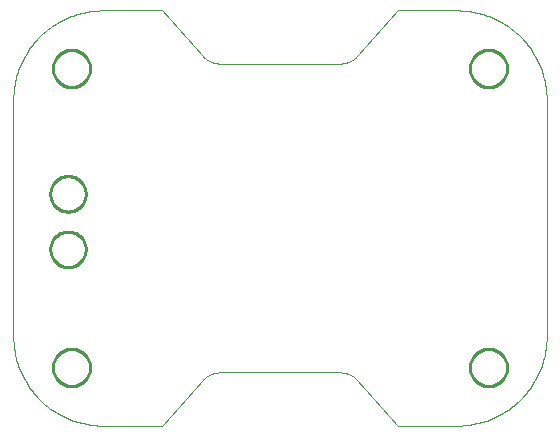
<source format=gko>
G04 EAGLE Gerber X2 export*
G75*
%MOMM*%
%FSLAX34Y34*%
%LPD*%
%AMOC8*
5,1,8,0,0,1.08239X$1,22.5*%
G01*
%ADD10C,0.001000*%
%ADD11C,0.254000*%


D10*
X386767Y49484D02*
X386772Y49871D01*
X386786Y50257D01*
X386810Y50643D01*
X386843Y51028D01*
X386885Y51412D01*
X386937Y51795D01*
X386999Y52177D01*
X387070Y52557D01*
X387150Y52935D01*
X387239Y53311D01*
X387338Y53685D01*
X387445Y54056D01*
X387562Y54424D01*
X387688Y54790D01*
X387822Y55152D01*
X387966Y55511D01*
X388118Y55867D01*
X388279Y56218D01*
X388449Y56565D01*
X388627Y56908D01*
X388813Y57247D01*
X389008Y57581D01*
X389211Y57910D01*
X389421Y58234D01*
X389640Y58553D01*
X389866Y58866D01*
X390101Y59174D01*
X390342Y59476D01*
X390591Y59771D01*
X390847Y60061D01*
X391110Y60344D01*
X391380Y60621D01*
X391657Y60891D01*
X391940Y61154D01*
X392230Y61410D01*
X392525Y61659D01*
X392827Y61900D01*
X393135Y62135D01*
X393448Y62361D01*
X393767Y62580D01*
X394091Y62790D01*
X394420Y62993D01*
X394754Y63188D01*
X395093Y63374D01*
X395436Y63552D01*
X395783Y63722D01*
X396134Y63883D01*
X396490Y64035D01*
X396849Y64179D01*
X397211Y64313D01*
X397577Y64439D01*
X397945Y64556D01*
X398316Y64663D01*
X398690Y64762D01*
X399066Y64851D01*
X399444Y64931D01*
X399824Y65002D01*
X400206Y65064D01*
X400589Y65116D01*
X400973Y65158D01*
X401358Y65191D01*
X401744Y65215D01*
X402130Y65229D01*
X402517Y65234D01*
X402904Y65229D01*
X403290Y65215D01*
X403676Y65191D01*
X404061Y65158D01*
X404445Y65116D01*
X404828Y65064D01*
X405210Y65002D01*
X405590Y64931D01*
X405968Y64851D01*
X406344Y64762D01*
X406718Y64663D01*
X407089Y64556D01*
X407457Y64439D01*
X407823Y64313D01*
X408185Y64179D01*
X408544Y64035D01*
X408900Y63883D01*
X409251Y63722D01*
X409598Y63552D01*
X409941Y63374D01*
X410280Y63188D01*
X410614Y62993D01*
X410943Y62790D01*
X411267Y62580D01*
X411586Y62361D01*
X411899Y62135D01*
X412207Y61900D01*
X412509Y61659D01*
X412804Y61410D01*
X413094Y61154D01*
X413377Y60891D01*
X413654Y60621D01*
X413924Y60344D01*
X414187Y60061D01*
X414443Y59771D01*
X414692Y59476D01*
X414933Y59174D01*
X415168Y58866D01*
X415394Y58553D01*
X415613Y58234D01*
X415823Y57910D01*
X416026Y57581D01*
X416221Y57247D01*
X416407Y56908D01*
X416585Y56565D01*
X416755Y56218D01*
X416916Y55867D01*
X417068Y55511D01*
X417212Y55152D01*
X417346Y54790D01*
X417472Y54424D01*
X417589Y54056D01*
X417696Y53685D01*
X417795Y53311D01*
X417884Y52935D01*
X417964Y52557D01*
X418035Y52177D01*
X418097Y51795D01*
X418149Y51412D01*
X418191Y51028D01*
X418224Y50643D01*
X418248Y50257D01*
X418262Y49871D01*
X418267Y49484D01*
X418262Y49097D01*
X418248Y48711D01*
X418224Y48325D01*
X418191Y47940D01*
X418149Y47556D01*
X418097Y47173D01*
X418035Y46791D01*
X417964Y46411D01*
X417884Y46033D01*
X417795Y45657D01*
X417696Y45283D01*
X417589Y44912D01*
X417472Y44544D01*
X417346Y44178D01*
X417212Y43816D01*
X417068Y43457D01*
X416916Y43101D01*
X416755Y42750D01*
X416585Y42403D01*
X416407Y42060D01*
X416221Y41721D01*
X416026Y41387D01*
X415823Y41058D01*
X415613Y40734D01*
X415394Y40415D01*
X415168Y40102D01*
X414933Y39794D01*
X414692Y39492D01*
X414443Y39197D01*
X414187Y38907D01*
X413924Y38624D01*
X413654Y38347D01*
X413377Y38077D01*
X413094Y37814D01*
X412804Y37558D01*
X412509Y37309D01*
X412207Y37068D01*
X411899Y36833D01*
X411586Y36607D01*
X411267Y36388D01*
X410943Y36178D01*
X410614Y35975D01*
X410280Y35780D01*
X409941Y35594D01*
X409598Y35416D01*
X409251Y35246D01*
X408900Y35085D01*
X408544Y34933D01*
X408185Y34789D01*
X407823Y34655D01*
X407457Y34529D01*
X407089Y34412D01*
X406718Y34305D01*
X406344Y34206D01*
X405968Y34117D01*
X405590Y34037D01*
X405210Y33966D01*
X404828Y33904D01*
X404445Y33852D01*
X404061Y33810D01*
X403676Y33777D01*
X403290Y33753D01*
X402904Y33739D01*
X402517Y33734D01*
X402130Y33739D01*
X401744Y33753D01*
X401358Y33777D01*
X400973Y33810D01*
X400589Y33852D01*
X400206Y33904D01*
X399824Y33966D01*
X399444Y34037D01*
X399066Y34117D01*
X398690Y34206D01*
X398316Y34305D01*
X397945Y34412D01*
X397577Y34529D01*
X397211Y34655D01*
X396849Y34789D01*
X396490Y34933D01*
X396134Y35085D01*
X395783Y35246D01*
X395436Y35416D01*
X395093Y35594D01*
X394754Y35780D01*
X394420Y35975D01*
X394091Y36178D01*
X393767Y36388D01*
X393448Y36607D01*
X393135Y36833D01*
X392827Y37068D01*
X392525Y37309D01*
X392230Y37558D01*
X391940Y37814D01*
X391657Y38077D01*
X391380Y38347D01*
X391110Y38624D01*
X390847Y38907D01*
X390591Y39197D01*
X390342Y39492D01*
X390101Y39794D01*
X389866Y40102D01*
X389640Y40415D01*
X389421Y40734D01*
X389211Y41058D01*
X389008Y41387D01*
X388813Y41721D01*
X388627Y42060D01*
X388449Y42403D01*
X388279Y42750D01*
X388118Y43101D01*
X387966Y43457D01*
X387822Y43816D01*
X387688Y44178D01*
X387562Y44544D01*
X387445Y44912D01*
X387338Y45283D01*
X387239Y45657D01*
X387150Y46033D01*
X387070Y46411D01*
X386999Y46791D01*
X386937Y47173D01*
X386885Y47556D01*
X386843Y47940D01*
X386810Y48325D01*
X386786Y48711D01*
X386772Y49097D01*
X386767Y49484D01*
X386767Y302517D02*
X386772Y302904D01*
X386786Y303290D01*
X386810Y303676D01*
X386843Y304061D01*
X386885Y304445D01*
X386937Y304828D01*
X386999Y305210D01*
X387070Y305590D01*
X387150Y305968D01*
X387239Y306344D01*
X387338Y306718D01*
X387445Y307089D01*
X387562Y307457D01*
X387688Y307823D01*
X387822Y308185D01*
X387966Y308544D01*
X388118Y308900D01*
X388279Y309251D01*
X388449Y309598D01*
X388627Y309941D01*
X388813Y310280D01*
X389008Y310614D01*
X389211Y310943D01*
X389421Y311267D01*
X389640Y311586D01*
X389866Y311899D01*
X390101Y312207D01*
X390342Y312509D01*
X390591Y312804D01*
X390847Y313094D01*
X391110Y313377D01*
X391380Y313654D01*
X391657Y313924D01*
X391940Y314187D01*
X392230Y314443D01*
X392525Y314692D01*
X392827Y314933D01*
X393135Y315168D01*
X393448Y315394D01*
X393767Y315613D01*
X394091Y315823D01*
X394420Y316026D01*
X394754Y316221D01*
X395093Y316407D01*
X395436Y316585D01*
X395783Y316755D01*
X396134Y316916D01*
X396490Y317068D01*
X396849Y317212D01*
X397211Y317346D01*
X397577Y317472D01*
X397945Y317589D01*
X398316Y317696D01*
X398690Y317795D01*
X399066Y317884D01*
X399444Y317964D01*
X399824Y318035D01*
X400206Y318097D01*
X400589Y318149D01*
X400973Y318191D01*
X401358Y318224D01*
X401744Y318248D01*
X402130Y318262D01*
X402517Y318267D01*
X402904Y318262D01*
X403290Y318248D01*
X403676Y318224D01*
X404061Y318191D01*
X404445Y318149D01*
X404828Y318097D01*
X405210Y318035D01*
X405590Y317964D01*
X405968Y317884D01*
X406344Y317795D01*
X406718Y317696D01*
X407089Y317589D01*
X407457Y317472D01*
X407823Y317346D01*
X408185Y317212D01*
X408544Y317068D01*
X408900Y316916D01*
X409251Y316755D01*
X409598Y316585D01*
X409941Y316407D01*
X410280Y316221D01*
X410614Y316026D01*
X410943Y315823D01*
X411267Y315613D01*
X411586Y315394D01*
X411899Y315168D01*
X412207Y314933D01*
X412509Y314692D01*
X412804Y314443D01*
X413094Y314187D01*
X413377Y313924D01*
X413654Y313654D01*
X413924Y313377D01*
X414187Y313094D01*
X414443Y312804D01*
X414692Y312509D01*
X414933Y312207D01*
X415168Y311899D01*
X415394Y311586D01*
X415613Y311267D01*
X415823Y310943D01*
X416026Y310614D01*
X416221Y310280D01*
X416407Y309941D01*
X416585Y309598D01*
X416755Y309251D01*
X416916Y308900D01*
X417068Y308544D01*
X417212Y308185D01*
X417346Y307823D01*
X417472Y307457D01*
X417589Y307089D01*
X417696Y306718D01*
X417795Y306344D01*
X417884Y305968D01*
X417964Y305590D01*
X418035Y305210D01*
X418097Y304828D01*
X418149Y304445D01*
X418191Y304061D01*
X418224Y303676D01*
X418248Y303290D01*
X418262Y302904D01*
X418267Y302517D01*
X418262Y302130D01*
X418248Y301744D01*
X418224Y301358D01*
X418191Y300973D01*
X418149Y300589D01*
X418097Y300206D01*
X418035Y299824D01*
X417964Y299444D01*
X417884Y299066D01*
X417795Y298690D01*
X417696Y298316D01*
X417589Y297945D01*
X417472Y297577D01*
X417346Y297211D01*
X417212Y296849D01*
X417068Y296490D01*
X416916Y296134D01*
X416755Y295783D01*
X416585Y295436D01*
X416407Y295093D01*
X416221Y294754D01*
X416026Y294420D01*
X415823Y294091D01*
X415613Y293767D01*
X415394Y293448D01*
X415168Y293135D01*
X414933Y292827D01*
X414692Y292525D01*
X414443Y292230D01*
X414187Y291940D01*
X413924Y291657D01*
X413654Y291380D01*
X413377Y291110D01*
X413094Y290847D01*
X412804Y290591D01*
X412509Y290342D01*
X412207Y290101D01*
X411899Y289866D01*
X411586Y289640D01*
X411267Y289421D01*
X410943Y289211D01*
X410614Y289008D01*
X410280Y288813D01*
X409941Y288627D01*
X409598Y288449D01*
X409251Y288279D01*
X408900Y288118D01*
X408544Y287966D01*
X408185Y287822D01*
X407823Y287688D01*
X407457Y287562D01*
X407089Y287445D01*
X406718Y287338D01*
X406344Y287239D01*
X405968Y287150D01*
X405590Y287070D01*
X405210Y286999D01*
X404828Y286937D01*
X404445Y286885D01*
X404061Y286843D01*
X403676Y286810D01*
X403290Y286786D01*
X402904Y286772D01*
X402517Y286767D01*
X402130Y286772D01*
X401744Y286786D01*
X401358Y286810D01*
X400973Y286843D01*
X400589Y286885D01*
X400206Y286937D01*
X399824Y286999D01*
X399444Y287070D01*
X399066Y287150D01*
X398690Y287239D01*
X398316Y287338D01*
X397945Y287445D01*
X397577Y287562D01*
X397211Y287688D01*
X396849Y287822D01*
X396490Y287966D01*
X396134Y288118D01*
X395783Y288279D01*
X395436Y288449D01*
X395093Y288627D01*
X394754Y288813D01*
X394420Y289008D01*
X394091Y289211D01*
X393767Y289421D01*
X393448Y289640D01*
X393135Y289866D01*
X392827Y290101D01*
X392525Y290342D01*
X392230Y290591D01*
X391940Y290847D01*
X391657Y291110D01*
X391380Y291380D01*
X391110Y291657D01*
X390847Y291940D01*
X390591Y292230D01*
X390342Y292525D01*
X390101Y292827D01*
X389866Y293135D01*
X389640Y293448D01*
X389421Y293767D01*
X389211Y294091D01*
X389008Y294420D01*
X388813Y294754D01*
X388627Y295093D01*
X388449Y295436D01*
X388279Y295783D01*
X388118Y296134D01*
X387966Y296490D01*
X387822Y296849D01*
X387688Y297211D01*
X387562Y297577D01*
X387445Y297945D01*
X387338Y298316D01*
X387239Y298690D01*
X387150Y299066D01*
X387070Y299444D01*
X386999Y299824D01*
X386937Y300206D01*
X386885Y300589D01*
X386843Y300973D01*
X386810Y301358D01*
X386786Y301744D01*
X386772Y302130D01*
X386767Y302517D01*
X33734Y302517D02*
X33739Y302904D01*
X33753Y303290D01*
X33777Y303676D01*
X33810Y304061D01*
X33852Y304445D01*
X33904Y304828D01*
X33966Y305210D01*
X34037Y305590D01*
X34117Y305968D01*
X34206Y306344D01*
X34305Y306718D01*
X34412Y307089D01*
X34529Y307457D01*
X34655Y307823D01*
X34789Y308185D01*
X34933Y308544D01*
X35085Y308900D01*
X35246Y309251D01*
X35416Y309598D01*
X35594Y309941D01*
X35780Y310280D01*
X35975Y310614D01*
X36178Y310943D01*
X36388Y311267D01*
X36607Y311586D01*
X36833Y311899D01*
X37068Y312207D01*
X37309Y312509D01*
X37558Y312804D01*
X37814Y313094D01*
X38077Y313377D01*
X38347Y313654D01*
X38624Y313924D01*
X38907Y314187D01*
X39197Y314443D01*
X39492Y314692D01*
X39794Y314933D01*
X40102Y315168D01*
X40415Y315394D01*
X40734Y315613D01*
X41058Y315823D01*
X41387Y316026D01*
X41721Y316221D01*
X42060Y316407D01*
X42403Y316585D01*
X42750Y316755D01*
X43101Y316916D01*
X43457Y317068D01*
X43816Y317212D01*
X44178Y317346D01*
X44544Y317472D01*
X44912Y317589D01*
X45283Y317696D01*
X45657Y317795D01*
X46033Y317884D01*
X46411Y317964D01*
X46791Y318035D01*
X47173Y318097D01*
X47556Y318149D01*
X47940Y318191D01*
X48325Y318224D01*
X48711Y318248D01*
X49097Y318262D01*
X49484Y318267D01*
X49871Y318262D01*
X50257Y318248D01*
X50643Y318224D01*
X51028Y318191D01*
X51412Y318149D01*
X51795Y318097D01*
X52177Y318035D01*
X52557Y317964D01*
X52935Y317884D01*
X53311Y317795D01*
X53685Y317696D01*
X54056Y317589D01*
X54424Y317472D01*
X54790Y317346D01*
X55152Y317212D01*
X55511Y317068D01*
X55867Y316916D01*
X56218Y316755D01*
X56565Y316585D01*
X56908Y316407D01*
X57247Y316221D01*
X57581Y316026D01*
X57910Y315823D01*
X58234Y315613D01*
X58553Y315394D01*
X58866Y315168D01*
X59174Y314933D01*
X59476Y314692D01*
X59771Y314443D01*
X60061Y314187D01*
X60344Y313924D01*
X60621Y313654D01*
X60891Y313377D01*
X61154Y313094D01*
X61410Y312804D01*
X61659Y312509D01*
X61900Y312207D01*
X62135Y311899D01*
X62361Y311586D01*
X62580Y311267D01*
X62790Y310943D01*
X62993Y310614D01*
X63188Y310280D01*
X63374Y309941D01*
X63552Y309598D01*
X63722Y309251D01*
X63883Y308900D01*
X64035Y308544D01*
X64179Y308185D01*
X64313Y307823D01*
X64439Y307457D01*
X64556Y307089D01*
X64663Y306718D01*
X64762Y306344D01*
X64851Y305968D01*
X64931Y305590D01*
X65002Y305210D01*
X65064Y304828D01*
X65116Y304445D01*
X65158Y304061D01*
X65191Y303676D01*
X65215Y303290D01*
X65229Y302904D01*
X65234Y302517D01*
X65229Y302130D01*
X65215Y301744D01*
X65191Y301358D01*
X65158Y300973D01*
X65116Y300589D01*
X65064Y300206D01*
X65002Y299824D01*
X64931Y299444D01*
X64851Y299066D01*
X64762Y298690D01*
X64663Y298316D01*
X64556Y297945D01*
X64439Y297577D01*
X64313Y297211D01*
X64179Y296849D01*
X64035Y296490D01*
X63883Y296134D01*
X63722Y295783D01*
X63552Y295436D01*
X63374Y295093D01*
X63188Y294754D01*
X62993Y294420D01*
X62790Y294091D01*
X62580Y293767D01*
X62361Y293448D01*
X62135Y293135D01*
X61900Y292827D01*
X61659Y292525D01*
X61410Y292230D01*
X61154Y291940D01*
X60891Y291657D01*
X60621Y291380D01*
X60344Y291110D01*
X60061Y290847D01*
X59771Y290591D01*
X59476Y290342D01*
X59174Y290101D01*
X58866Y289866D01*
X58553Y289640D01*
X58234Y289421D01*
X57910Y289211D01*
X57581Y289008D01*
X57247Y288813D01*
X56908Y288627D01*
X56565Y288449D01*
X56218Y288279D01*
X55867Y288118D01*
X55511Y287966D01*
X55152Y287822D01*
X54790Y287688D01*
X54424Y287562D01*
X54056Y287445D01*
X53685Y287338D01*
X53311Y287239D01*
X52935Y287150D01*
X52557Y287070D01*
X52177Y286999D01*
X51795Y286937D01*
X51412Y286885D01*
X51028Y286843D01*
X50643Y286810D01*
X50257Y286786D01*
X49871Y286772D01*
X49484Y286767D01*
X49097Y286772D01*
X48711Y286786D01*
X48325Y286810D01*
X47940Y286843D01*
X47556Y286885D01*
X47173Y286937D01*
X46791Y286999D01*
X46411Y287070D01*
X46033Y287150D01*
X45657Y287239D01*
X45283Y287338D01*
X44912Y287445D01*
X44544Y287562D01*
X44178Y287688D01*
X43816Y287822D01*
X43457Y287966D01*
X43101Y288118D01*
X42750Y288279D01*
X42403Y288449D01*
X42060Y288627D01*
X41721Y288813D01*
X41387Y289008D01*
X41058Y289211D01*
X40734Y289421D01*
X40415Y289640D01*
X40102Y289866D01*
X39794Y290101D01*
X39492Y290342D01*
X39197Y290591D01*
X38907Y290847D01*
X38624Y291110D01*
X38347Y291380D01*
X38077Y291657D01*
X37814Y291940D01*
X37558Y292230D01*
X37309Y292525D01*
X37068Y292827D01*
X36833Y293135D01*
X36607Y293448D01*
X36388Y293767D01*
X36178Y294091D01*
X35975Y294420D01*
X35780Y294754D01*
X35594Y295093D01*
X35416Y295436D01*
X35246Y295783D01*
X35085Y296134D01*
X34933Y296490D01*
X34789Y296849D01*
X34655Y297211D01*
X34529Y297577D01*
X34412Y297945D01*
X34305Y298316D01*
X34206Y298690D01*
X34117Y299066D01*
X34037Y299444D01*
X33966Y299824D01*
X33904Y300206D01*
X33852Y300589D01*
X33810Y300973D01*
X33777Y301358D01*
X33753Y301744D01*
X33739Y302130D01*
X33734Y302517D01*
X33734Y49484D02*
X33739Y49871D01*
X33753Y50257D01*
X33777Y50643D01*
X33810Y51028D01*
X33852Y51412D01*
X33904Y51795D01*
X33966Y52177D01*
X34037Y52557D01*
X34117Y52935D01*
X34206Y53311D01*
X34305Y53685D01*
X34412Y54056D01*
X34529Y54424D01*
X34655Y54790D01*
X34789Y55152D01*
X34933Y55511D01*
X35085Y55867D01*
X35246Y56218D01*
X35416Y56565D01*
X35594Y56908D01*
X35780Y57247D01*
X35975Y57581D01*
X36178Y57910D01*
X36388Y58234D01*
X36607Y58553D01*
X36833Y58866D01*
X37068Y59174D01*
X37309Y59476D01*
X37558Y59771D01*
X37814Y60061D01*
X38077Y60344D01*
X38347Y60621D01*
X38624Y60891D01*
X38907Y61154D01*
X39197Y61410D01*
X39492Y61659D01*
X39794Y61900D01*
X40102Y62135D01*
X40415Y62361D01*
X40734Y62580D01*
X41058Y62790D01*
X41387Y62993D01*
X41721Y63188D01*
X42060Y63374D01*
X42403Y63552D01*
X42750Y63722D01*
X43101Y63883D01*
X43457Y64035D01*
X43816Y64179D01*
X44178Y64313D01*
X44544Y64439D01*
X44912Y64556D01*
X45283Y64663D01*
X45657Y64762D01*
X46033Y64851D01*
X46411Y64931D01*
X46791Y65002D01*
X47173Y65064D01*
X47556Y65116D01*
X47940Y65158D01*
X48325Y65191D01*
X48711Y65215D01*
X49097Y65229D01*
X49484Y65234D01*
X49871Y65229D01*
X50257Y65215D01*
X50643Y65191D01*
X51028Y65158D01*
X51412Y65116D01*
X51795Y65064D01*
X52177Y65002D01*
X52557Y64931D01*
X52935Y64851D01*
X53311Y64762D01*
X53685Y64663D01*
X54056Y64556D01*
X54424Y64439D01*
X54790Y64313D01*
X55152Y64179D01*
X55511Y64035D01*
X55867Y63883D01*
X56218Y63722D01*
X56565Y63552D01*
X56908Y63374D01*
X57247Y63188D01*
X57581Y62993D01*
X57910Y62790D01*
X58234Y62580D01*
X58553Y62361D01*
X58866Y62135D01*
X59174Y61900D01*
X59476Y61659D01*
X59771Y61410D01*
X60061Y61154D01*
X60344Y60891D01*
X60621Y60621D01*
X60891Y60344D01*
X61154Y60061D01*
X61410Y59771D01*
X61659Y59476D01*
X61900Y59174D01*
X62135Y58866D01*
X62361Y58553D01*
X62580Y58234D01*
X62790Y57910D01*
X62993Y57581D01*
X63188Y57247D01*
X63374Y56908D01*
X63552Y56565D01*
X63722Y56218D01*
X63883Y55867D01*
X64035Y55511D01*
X64179Y55152D01*
X64313Y54790D01*
X64439Y54424D01*
X64556Y54056D01*
X64663Y53685D01*
X64762Y53311D01*
X64851Y52935D01*
X64931Y52557D01*
X65002Y52177D01*
X65064Y51795D01*
X65116Y51412D01*
X65158Y51028D01*
X65191Y50643D01*
X65215Y50257D01*
X65229Y49871D01*
X65234Y49484D01*
X65229Y49097D01*
X65215Y48711D01*
X65191Y48325D01*
X65158Y47940D01*
X65116Y47556D01*
X65064Y47173D01*
X65002Y46791D01*
X64931Y46411D01*
X64851Y46033D01*
X64762Y45657D01*
X64663Y45283D01*
X64556Y44912D01*
X64439Y44544D01*
X64313Y44178D01*
X64179Y43816D01*
X64035Y43457D01*
X63883Y43101D01*
X63722Y42750D01*
X63552Y42403D01*
X63374Y42060D01*
X63188Y41721D01*
X62993Y41387D01*
X62790Y41058D01*
X62580Y40734D01*
X62361Y40415D01*
X62135Y40102D01*
X61900Y39794D01*
X61659Y39492D01*
X61410Y39197D01*
X61154Y38907D01*
X60891Y38624D01*
X60621Y38347D01*
X60344Y38077D01*
X60061Y37814D01*
X59771Y37558D01*
X59476Y37309D01*
X59174Y37068D01*
X58866Y36833D01*
X58553Y36607D01*
X58234Y36388D01*
X57910Y36178D01*
X57581Y35975D01*
X57247Y35780D01*
X56908Y35594D01*
X56565Y35416D01*
X56218Y35246D01*
X55867Y35085D01*
X55511Y34933D01*
X55152Y34789D01*
X54790Y34655D01*
X54424Y34529D01*
X54056Y34412D01*
X53685Y34305D01*
X53311Y34206D01*
X52935Y34117D01*
X52557Y34037D01*
X52177Y33966D01*
X51795Y33904D01*
X51412Y33852D01*
X51028Y33810D01*
X50643Y33777D01*
X50257Y33753D01*
X49871Y33739D01*
X49484Y33734D01*
X49097Y33739D01*
X48711Y33753D01*
X48325Y33777D01*
X47940Y33810D01*
X47556Y33852D01*
X47173Y33904D01*
X46791Y33966D01*
X46411Y34037D01*
X46033Y34117D01*
X45657Y34206D01*
X45283Y34305D01*
X44912Y34412D01*
X44544Y34529D01*
X44178Y34655D01*
X43816Y34789D01*
X43457Y34933D01*
X43101Y35085D01*
X42750Y35246D01*
X42403Y35416D01*
X42060Y35594D01*
X41721Y35780D01*
X41387Y35975D01*
X41058Y36178D01*
X40734Y36388D01*
X40415Y36607D01*
X40102Y36833D01*
X39794Y37068D01*
X39492Y37309D01*
X39197Y37558D01*
X38907Y37814D01*
X38624Y38077D01*
X38347Y38347D01*
X38077Y38624D01*
X37814Y38907D01*
X37558Y39197D01*
X37309Y39492D01*
X37068Y39794D01*
X36833Y40102D01*
X36607Y40415D01*
X36388Y40734D01*
X36178Y41058D01*
X35975Y41387D01*
X35780Y41721D01*
X35594Y42060D01*
X35416Y42403D01*
X35246Y42750D01*
X35085Y43101D01*
X34933Y43457D01*
X34789Y43816D01*
X34655Y44178D01*
X34529Y44544D01*
X34412Y44912D01*
X34305Y45283D01*
X34206Y45657D01*
X34117Y46033D01*
X34037Y46411D01*
X33966Y46791D01*
X33904Y47173D01*
X33852Y47556D01*
X33810Y47940D01*
X33777Y48325D01*
X33753Y48711D01*
X33739Y49097D01*
X33734Y49484D01*
X376000Y250D02*
X377830Y272D01*
X379660Y338D01*
X381487Y449D01*
X383311Y604D01*
X385131Y802D01*
X386945Y1045D01*
X388753Y1331D01*
X390554Y1661D01*
X392346Y2035D01*
X394128Y2451D01*
X395900Y2911D01*
X397660Y3413D01*
X399408Y3957D01*
X401142Y4544D01*
X402861Y5173D01*
X404565Y5842D01*
X406252Y6553D01*
X407921Y7304D01*
X409572Y8096D01*
X411203Y8927D01*
X412813Y9797D01*
X414402Y10706D01*
X415969Y11653D01*
X417512Y12637D01*
X419031Y13659D01*
X420525Y14717D01*
X421993Y15811D01*
X423434Y16940D01*
X424847Y18103D01*
X426232Y19300D01*
X427587Y20531D01*
X428912Y21793D01*
X430207Y23088D01*
X431469Y24413D01*
X432700Y25768D01*
X433897Y27153D01*
X435060Y28566D01*
X436189Y30007D01*
X437283Y31475D01*
X438341Y32969D01*
X439363Y34488D01*
X440347Y36031D01*
X441294Y37598D01*
X442203Y39187D01*
X443073Y40797D01*
X443904Y42428D01*
X444696Y44079D01*
X445447Y45748D01*
X446158Y47435D01*
X446827Y49139D01*
X447456Y50858D01*
X448043Y52592D01*
X448587Y54340D01*
X449089Y56100D01*
X449549Y57872D01*
X449965Y59654D01*
X450339Y61446D01*
X450669Y63247D01*
X450955Y65055D01*
X451198Y66869D01*
X451396Y68689D01*
X451551Y70513D01*
X451662Y72340D01*
X451728Y74170D01*
X451750Y76000D01*
X451750Y276000D02*
X451728Y277830D01*
X451662Y279660D01*
X451551Y281487D01*
X451396Y283311D01*
X451198Y285131D01*
X450955Y286945D01*
X450669Y288753D01*
X450339Y290554D01*
X449965Y292346D01*
X449549Y294128D01*
X449089Y295900D01*
X448587Y297660D01*
X448043Y299408D01*
X447456Y301142D01*
X446827Y302861D01*
X446158Y304565D01*
X445447Y306252D01*
X444696Y307921D01*
X443904Y309572D01*
X443073Y311203D01*
X442203Y312813D01*
X441294Y314402D01*
X440347Y315969D01*
X439363Y317512D01*
X438341Y319031D01*
X437283Y320525D01*
X436189Y321993D01*
X435060Y323434D01*
X433897Y324847D01*
X432700Y326232D01*
X431469Y327587D01*
X430207Y328912D01*
X428912Y330207D01*
X427587Y331469D01*
X426232Y332700D01*
X424847Y333897D01*
X423434Y335060D01*
X421993Y336189D01*
X420525Y337283D01*
X419031Y338341D01*
X417512Y339363D01*
X415969Y340347D01*
X414402Y341294D01*
X412813Y342203D01*
X411203Y343073D01*
X409572Y343904D01*
X407921Y344696D01*
X406252Y345447D01*
X404565Y346158D01*
X402861Y346827D01*
X401142Y347456D01*
X399408Y348043D01*
X397660Y348587D01*
X395900Y349089D01*
X394128Y349549D01*
X392346Y349965D01*
X390554Y350339D01*
X388753Y350669D01*
X386945Y350955D01*
X385131Y351198D01*
X383311Y351396D01*
X381487Y351551D01*
X379660Y351662D01*
X377830Y351728D01*
X376000Y351750D01*
X291407Y313211D02*
X291094Y312868D01*
X290773Y312532D01*
X290444Y312204D01*
X290108Y311885D01*
X289764Y311573D01*
X289412Y311270D01*
X289053Y310975D01*
X288687Y310689D01*
X288315Y310412D01*
X287935Y310145D01*
X287550Y309886D01*
X287158Y309637D01*
X286761Y309397D01*
X286357Y309167D01*
X285949Y308946D01*
X285535Y308736D01*
X285116Y308536D01*
X284693Y308346D01*
X284265Y308166D01*
X283832Y307996D01*
X283396Y307837D01*
X282956Y307689D01*
X282513Y307551D01*
X282066Y307424D01*
X281617Y307307D01*
X281165Y307202D01*
X280710Y307107D01*
X280254Y307024D01*
X279795Y306951D01*
X279335Y306890D01*
X278873Y306840D01*
X278411Y306800D01*
X277947Y306772D01*
X277483Y306756D01*
X277019Y306750D01*
X174981Y306750D02*
X174517Y306756D01*
X174053Y306772D01*
X173589Y306800D01*
X173127Y306840D01*
X172665Y306890D01*
X172205Y306951D01*
X171746Y307024D01*
X171290Y307107D01*
X170835Y307202D01*
X170383Y307307D01*
X169934Y307424D01*
X169487Y307551D01*
X169044Y307689D01*
X168604Y307837D01*
X168168Y307996D01*
X167735Y308166D01*
X167307Y308346D01*
X166884Y308536D01*
X166465Y308736D01*
X166051Y308947D01*
X165643Y309167D01*
X165239Y309397D01*
X164842Y309637D01*
X164450Y309886D01*
X164065Y310145D01*
X163685Y310413D01*
X163313Y310689D01*
X162947Y310975D01*
X162588Y311270D01*
X162236Y311573D01*
X161892Y311885D01*
X161556Y312204D01*
X161227Y312532D01*
X160906Y312868D01*
X160593Y313211D01*
X76000Y351750D02*
X74170Y351728D01*
X72340Y351662D01*
X70513Y351551D01*
X68689Y351396D01*
X66869Y351198D01*
X65055Y350955D01*
X63247Y350669D01*
X61446Y350339D01*
X59654Y349965D01*
X57872Y349549D01*
X56100Y349089D01*
X54340Y348587D01*
X52592Y348043D01*
X50858Y347456D01*
X49139Y346827D01*
X47435Y346158D01*
X45748Y345447D01*
X44079Y344696D01*
X42428Y343904D01*
X40797Y343073D01*
X39187Y342203D01*
X37598Y341294D01*
X36031Y340347D01*
X34488Y339363D01*
X32969Y338341D01*
X31475Y337283D01*
X30007Y336189D01*
X28566Y335060D01*
X27153Y333897D01*
X25768Y332700D01*
X24413Y331469D01*
X23088Y330207D01*
X21793Y328912D01*
X20531Y327587D01*
X19300Y326232D01*
X18103Y324847D01*
X16940Y323434D01*
X15811Y321993D01*
X14717Y320525D01*
X13659Y319031D01*
X12637Y317512D01*
X11653Y315969D01*
X10706Y314402D01*
X9797Y312813D01*
X8927Y311203D01*
X8096Y309572D01*
X7304Y307921D01*
X6553Y306252D01*
X5842Y304565D01*
X5173Y302861D01*
X4544Y301142D01*
X3957Y299408D01*
X3413Y297660D01*
X2911Y295900D01*
X2451Y294128D01*
X2035Y292346D01*
X1661Y290554D01*
X1331Y288753D01*
X1045Y286945D01*
X802Y285131D01*
X604Y283311D01*
X449Y281487D01*
X338Y279660D01*
X272Y277830D01*
X250Y276000D01*
X250Y76000D02*
X272Y74170D01*
X338Y72340D01*
X449Y70513D01*
X604Y68689D01*
X802Y66869D01*
X1045Y65055D01*
X1331Y63247D01*
X1661Y61446D01*
X2035Y59654D01*
X2451Y57872D01*
X2911Y56100D01*
X3413Y54340D01*
X3957Y52592D01*
X4544Y50858D01*
X5173Y49139D01*
X5842Y47435D01*
X6553Y45748D01*
X7304Y44079D01*
X8096Y42428D01*
X8927Y40797D01*
X9797Y39187D01*
X10706Y37598D01*
X11653Y36031D01*
X12637Y34488D01*
X13659Y32969D01*
X14717Y31475D01*
X15811Y30007D01*
X16940Y28566D01*
X18103Y27153D01*
X19300Y25768D01*
X20531Y24413D01*
X21793Y23088D01*
X23088Y21793D01*
X24413Y20531D01*
X25768Y19300D01*
X27153Y18103D01*
X28566Y16940D01*
X30007Y15811D01*
X31475Y14717D01*
X32969Y13659D01*
X34488Y12637D01*
X36031Y11653D01*
X37598Y10706D01*
X39187Y9797D01*
X40797Y8927D01*
X42428Y8096D01*
X44079Y7304D01*
X45748Y6553D01*
X47435Y5842D01*
X49139Y5173D01*
X50858Y4544D01*
X52592Y3957D01*
X54340Y3413D01*
X56100Y2911D01*
X57872Y2451D01*
X59654Y2035D01*
X61446Y1661D01*
X63247Y1331D01*
X65055Y1045D01*
X66869Y802D01*
X68689Y604D01*
X70513Y449D01*
X72340Y338D01*
X74170Y272D01*
X76000Y250D01*
X160593Y38789D02*
X160906Y39132D01*
X161227Y39468D01*
X161556Y39796D01*
X161892Y40115D01*
X162236Y40427D01*
X162588Y40730D01*
X162947Y41025D01*
X163313Y41311D01*
X163685Y41588D01*
X164065Y41855D01*
X164450Y42114D01*
X164842Y42363D01*
X165239Y42603D01*
X165643Y42833D01*
X166051Y43054D01*
X166465Y43264D01*
X166884Y43464D01*
X167307Y43654D01*
X167735Y43834D01*
X168168Y44004D01*
X168604Y44163D01*
X169044Y44311D01*
X169487Y44449D01*
X169934Y44576D01*
X170383Y44693D01*
X170835Y44798D01*
X171290Y44893D01*
X171746Y44976D01*
X172205Y45049D01*
X172665Y45110D01*
X173127Y45160D01*
X173589Y45200D01*
X174053Y45228D01*
X174517Y45244D01*
X174981Y45250D01*
X277019Y45250D02*
X277483Y45244D01*
X277947Y45228D01*
X278411Y45200D01*
X278873Y45160D01*
X279335Y45110D01*
X279795Y45049D01*
X280254Y44976D01*
X280710Y44893D01*
X281165Y44798D01*
X281617Y44693D01*
X282066Y44576D01*
X282513Y44449D01*
X282956Y44311D01*
X283396Y44163D01*
X283832Y44004D01*
X284265Y43834D01*
X284693Y43654D01*
X285116Y43464D01*
X285535Y43264D01*
X285949Y43053D01*
X286357Y42833D01*
X286761Y42603D01*
X287158Y42363D01*
X287550Y42114D01*
X287935Y41855D01*
X288315Y41587D01*
X288687Y41311D01*
X289053Y41025D01*
X289412Y40730D01*
X289764Y40427D01*
X290108Y40115D01*
X290444Y39796D01*
X290773Y39468D01*
X291094Y39132D01*
X291407Y38789D01*
X325663Y250D02*
X376000Y250D01*
X451750Y76000D02*
X451750Y276000D01*
X376000Y351750D02*
X325663Y351750D01*
X291406Y313211D01*
X277019Y306750D02*
X174981Y306750D01*
X160594Y313211D02*
X126337Y351750D01*
X76000Y351750D01*
X250Y276000D02*
X250Y76000D01*
X76000Y250D02*
X126337Y250D01*
X160594Y38789D01*
X174981Y45250D02*
X277019Y45250D01*
X291406Y38789D02*
X325663Y250D01*
D11*
X418267Y48968D02*
X418267Y49999D01*
X418199Y51028D01*
X418064Y52050D01*
X417863Y53062D01*
X417596Y54058D01*
X417265Y55034D01*
X416870Y55987D01*
X416414Y56912D01*
X415899Y57805D01*
X415326Y58662D01*
X414698Y59481D01*
X414018Y60256D01*
X413289Y60985D01*
X412514Y61665D01*
X411695Y62293D01*
X410838Y62866D01*
X409945Y63381D01*
X409020Y63837D01*
X408067Y64232D01*
X407091Y64563D01*
X406095Y64830D01*
X405083Y65031D01*
X404061Y65166D01*
X403032Y65234D01*
X402001Y65234D01*
X400972Y65166D01*
X399950Y65031D01*
X398938Y64830D01*
X397942Y64563D01*
X396966Y64232D01*
X396013Y63837D01*
X395088Y63381D01*
X394195Y62866D01*
X393338Y62293D01*
X392519Y61665D01*
X391744Y60985D01*
X391015Y60256D01*
X390335Y59481D01*
X389707Y58662D01*
X389134Y57805D01*
X388619Y56912D01*
X388163Y55987D01*
X387768Y55034D01*
X387437Y54058D01*
X387170Y53062D01*
X386969Y52050D01*
X386834Y51028D01*
X386767Y49999D01*
X386767Y48968D01*
X386834Y47939D01*
X386969Y46917D01*
X387170Y45905D01*
X387437Y44909D01*
X387768Y43933D01*
X388163Y42980D01*
X388619Y42055D01*
X389134Y41162D01*
X389707Y40305D01*
X390335Y39486D01*
X391015Y38711D01*
X391744Y37982D01*
X392519Y37302D01*
X393338Y36674D01*
X394195Y36101D01*
X395088Y35586D01*
X396013Y35130D01*
X396966Y34735D01*
X397942Y34404D01*
X398938Y34137D01*
X399950Y33936D01*
X400972Y33801D01*
X402001Y33734D01*
X403032Y33734D01*
X404061Y33801D01*
X405083Y33936D01*
X406095Y34137D01*
X407091Y34404D01*
X408067Y34735D01*
X409020Y35130D01*
X409945Y35586D01*
X410838Y36101D01*
X411695Y36674D01*
X412514Y37302D01*
X413289Y37982D01*
X414018Y38711D01*
X414698Y39486D01*
X415326Y40305D01*
X415899Y41162D01*
X416414Y42055D01*
X416870Y42980D01*
X417265Y43933D01*
X417596Y44909D01*
X417863Y45905D01*
X418064Y46917D01*
X418199Y47939D01*
X418267Y48968D01*
X418267Y302001D02*
X418267Y303032D01*
X418199Y304061D01*
X418064Y305083D01*
X417863Y306095D01*
X417596Y307091D01*
X417265Y308067D01*
X416870Y309020D01*
X416414Y309945D01*
X415899Y310838D01*
X415326Y311695D01*
X414698Y312514D01*
X414018Y313289D01*
X413289Y314018D01*
X412514Y314698D01*
X411695Y315326D01*
X410838Y315899D01*
X409945Y316414D01*
X409020Y316870D01*
X408067Y317265D01*
X407091Y317596D01*
X406095Y317863D01*
X405083Y318064D01*
X404061Y318199D01*
X403032Y318267D01*
X402001Y318267D01*
X400972Y318199D01*
X399950Y318064D01*
X398938Y317863D01*
X397942Y317596D01*
X396966Y317265D01*
X396013Y316870D01*
X395088Y316414D01*
X394195Y315899D01*
X393338Y315326D01*
X392519Y314698D01*
X391744Y314018D01*
X391015Y313289D01*
X390335Y312514D01*
X389707Y311695D01*
X389134Y310838D01*
X388619Y309945D01*
X388163Y309020D01*
X387768Y308067D01*
X387437Y307091D01*
X387170Y306095D01*
X386969Y305083D01*
X386834Y304061D01*
X386767Y303032D01*
X386767Y302001D01*
X386834Y300972D01*
X386969Y299950D01*
X387170Y298938D01*
X387437Y297942D01*
X387768Y296966D01*
X388163Y296013D01*
X388619Y295088D01*
X389134Y294195D01*
X389707Y293338D01*
X390335Y292519D01*
X391015Y291744D01*
X391744Y291015D01*
X392519Y290335D01*
X393338Y289707D01*
X394195Y289134D01*
X395088Y288619D01*
X396013Y288163D01*
X396966Y287768D01*
X397942Y287437D01*
X398938Y287170D01*
X399950Y286969D01*
X400972Y286834D01*
X402001Y286767D01*
X403032Y286767D01*
X404061Y286834D01*
X405083Y286969D01*
X406095Y287170D01*
X407091Y287437D01*
X408067Y287768D01*
X409020Y288163D01*
X409945Y288619D01*
X410838Y289134D01*
X411695Y289707D01*
X412514Y290335D01*
X413289Y291015D01*
X414018Y291744D01*
X414698Y292519D01*
X415326Y293338D01*
X415899Y294195D01*
X416414Y295088D01*
X416870Y296013D01*
X417265Y296966D01*
X417596Y297942D01*
X417863Y298938D01*
X418064Y299950D01*
X418199Y300972D01*
X418267Y302001D01*
X65234Y302001D02*
X65234Y303032D01*
X65166Y304061D01*
X65031Y305083D01*
X64830Y306095D01*
X64563Y307091D01*
X64232Y308067D01*
X63837Y309020D01*
X63381Y309945D01*
X62866Y310838D01*
X62293Y311695D01*
X61665Y312514D01*
X60985Y313289D01*
X60256Y314018D01*
X59481Y314698D01*
X58662Y315326D01*
X57805Y315899D01*
X56912Y316414D01*
X55987Y316870D01*
X55034Y317265D01*
X54058Y317596D01*
X53062Y317863D01*
X52050Y318064D01*
X51028Y318199D01*
X49999Y318267D01*
X48968Y318267D01*
X47939Y318199D01*
X46917Y318064D01*
X45905Y317863D01*
X44909Y317596D01*
X43933Y317265D01*
X42980Y316870D01*
X42055Y316414D01*
X41162Y315899D01*
X40305Y315326D01*
X39486Y314698D01*
X38711Y314018D01*
X37982Y313289D01*
X37302Y312514D01*
X36674Y311695D01*
X36101Y310838D01*
X35586Y309945D01*
X35130Y309020D01*
X34735Y308067D01*
X34404Y307091D01*
X34137Y306095D01*
X33936Y305083D01*
X33801Y304061D01*
X33734Y303032D01*
X33734Y302001D01*
X33801Y300972D01*
X33936Y299950D01*
X34137Y298938D01*
X34404Y297942D01*
X34735Y296966D01*
X35130Y296013D01*
X35586Y295088D01*
X36101Y294195D01*
X36674Y293338D01*
X37302Y292519D01*
X37982Y291744D01*
X38711Y291015D01*
X39486Y290335D01*
X40305Y289707D01*
X41162Y289134D01*
X42055Y288619D01*
X42980Y288163D01*
X43933Y287768D01*
X44909Y287437D01*
X45905Y287170D01*
X46917Y286969D01*
X47939Y286834D01*
X48968Y286767D01*
X49999Y286767D01*
X51028Y286834D01*
X52050Y286969D01*
X53062Y287170D01*
X54058Y287437D01*
X55034Y287768D01*
X55987Y288163D01*
X56912Y288619D01*
X57805Y289134D01*
X58662Y289707D01*
X59481Y290335D01*
X60256Y291015D01*
X60985Y291744D01*
X61665Y292519D01*
X62293Y293338D01*
X62866Y294195D01*
X63381Y295088D01*
X63837Y296013D01*
X64232Y296966D01*
X64563Y297942D01*
X64830Y298938D01*
X65031Y299950D01*
X65166Y300972D01*
X65234Y302001D01*
X65234Y48968D02*
X65234Y49999D01*
X65166Y51028D01*
X65031Y52050D01*
X64830Y53062D01*
X64563Y54058D01*
X64232Y55034D01*
X63837Y55987D01*
X63381Y56912D01*
X62866Y57805D01*
X62293Y58662D01*
X61665Y59481D01*
X60985Y60256D01*
X60256Y60985D01*
X59481Y61665D01*
X58662Y62293D01*
X57805Y62866D01*
X56912Y63381D01*
X55987Y63837D01*
X55034Y64232D01*
X54058Y64563D01*
X53062Y64830D01*
X52050Y65031D01*
X51028Y65166D01*
X49999Y65234D01*
X48968Y65234D01*
X47939Y65166D01*
X46917Y65031D01*
X45905Y64830D01*
X44909Y64563D01*
X43933Y64232D01*
X42980Y63837D01*
X42055Y63381D01*
X41162Y62866D01*
X40305Y62293D01*
X39486Y61665D01*
X38711Y60985D01*
X37982Y60256D01*
X37302Y59481D01*
X36674Y58662D01*
X36101Y57805D01*
X35586Y56912D01*
X35130Y55987D01*
X34735Y55034D01*
X34404Y54058D01*
X34137Y53062D01*
X33936Y52050D01*
X33801Y51028D01*
X33734Y49999D01*
X33734Y48968D01*
X33801Y47939D01*
X33936Y46917D01*
X34137Y45905D01*
X34404Y44909D01*
X34735Y43933D01*
X35130Y42980D01*
X35586Y42055D01*
X36101Y41162D01*
X36674Y40305D01*
X37302Y39486D01*
X37982Y38711D01*
X38711Y37982D01*
X39486Y37302D01*
X40305Y36674D01*
X41162Y36101D01*
X42055Y35586D01*
X42980Y35130D01*
X43933Y34735D01*
X44909Y34404D01*
X45905Y34137D01*
X46917Y33936D01*
X47939Y33801D01*
X48968Y33734D01*
X49999Y33734D01*
X51028Y33801D01*
X52050Y33936D01*
X53062Y34137D01*
X54058Y34404D01*
X55034Y34735D01*
X55987Y35130D01*
X56912Y35586D01*
X57805Y36101D01*
X58662Y36674D01*
X59481Y37302D01*
X60256Y37982D01*
X60985Y38711D01*
X61665Y39486D01*
X62293Y40305D01*
X62866Y41162D01*
X63381Y42055D01*
X63837Y42980D01*
X64232Y43933D01*
X64563Y44909D01*
X64830Y45905D01*
X65031Y46917D01*
X65166Y47939D01*
X65234Y48968D01*
X45964Y211500D02*
X44896Y211424D01*
X43835Y211271D01*
X42788Y211043D01*
X41760Y210741D01*
X40756Y210367D01*
X39781Y209922D01*
X38841Y209408D01*
X37940Y208829D01*
X37082Y208187D01*
X36272Y207485D01*
X35515Y206728D01*
X34813Y205918D01*
X34171Y205060D01*
X33592Y204159D01*
X33078Y203219D01*
X32633Y202244D01*
X32259Y201240D01*
X31957Y200212D01*
X31729Y199165D01*
X31576Y198104D01*
X31500Y197036D01*
X31500Y195964D01*
X31576Y194896D01*
X31729Y193835D01*
X31957Y192788D01*
X32259Y191760D01*
X32633Y190756D01*
X33078Y189781D01*
X33592Y188841D01*
X34171Y187940D01*
X34813Y187082D01*
X35515Y186272D01*
X36272Y185515D01*
X37082Y184813D01*
X37940Y184171D01*
X38841Y183592D01*
X39781Y183078D01*
X40756Y182633D01*
X41760Y182259D01*
X42788Y181957D01*
X43835Y181729D01*
X44896Y181576D01*
X45964Y181500D01*
X47036Y181500D01*
X48104Y181576D01*
X49165Y181729D01*
X50212Y181957D01*
X51240Y182259D01*
X52244Y182633D01*
X53219Y183078D01*
X54159Y183592D01*
X55060Y184171D01*
X55918Y184813D01*
X56728Y185515D01*
X57485Y186272D01*
X58187Y187082D01*
X58829Y187940D01*
X59408Y188841D01*
X59922Y189781D01*
X60367Y190756D01*
X60741Y191760D01*
X61043Y192788D01*
X61271Y193835D01*
X61424Y194896D01*
X61500Y195964D01*
X61500Y197036D01*
X61424Y198104D01*
X61271Y199165D01*
X61043Y200212D01*
X60741Y201240D01*
X60367Y202244D01*
X59922Y203219D01*
X59408Y204159D01*
X58829Y205060D01*
X58187Y205918D01*
X57485Y206728D01*
X56728Y207485D01*
X55918Y208187D01*
X55060Y208829D01*
X54159Y209408D01*
X53219Y209922D01*
X52244Y210367D01*
X51240Y210741D01*
X50212Y211043D01*
X49165Y211271D01*
X48104Y211424D01*
X47036Y211500D01*
X45964Y211500D01*
X45964Y164500D02*
X44896Y164424D01*
X43835Y164271D01*
X42788Y164043D01*
X41760Y163741D01*
X40756Y163367D01*
X39781Y162922D01*
X38841Y162408D01*
X37940Y161829D01*
X37082Y161187D01*
X36272Y160485D01*
X35515Y159728D01*
X34813Y158918D01*
X34171Y158060D01*
X33592Y157159D01*
X33078Y156219D01*
X32633Y155244D01*
X32259Y154240D01*
X31957Y153212D01*
X31729Y152165D01*
X31576Y151104D01*
X31500Y150036D01*
X31500Y148964D01*
X31576Y147896D01*
X31729Y146835D01*
X31957Y145788D01*
X32259Y144760D01*
X32633Y143756D01*
X33078Y142781D01*
X33592Y141841D01*
X34171Y140940D01*
X34813Y140082D01*
X35515Y139272D01*
X36272Y138515D01*
X37082Y137813D01*
X37940Y137171D01*
X38841Y136592D01*
X39781Y136078D01*
X40756Y135633D01*
X41760Y135259D01*
X42788Y134957D01*
X43835Y134729D01*
X44896Y134576D01*
X45964Y134500D01*
X47036Y134500D01*
X48104Y134576D01*
X49165Y134729D01*
X50212Y134957D01*
X51240Y135259D01*
X52244Y135633D01*
X53219Y136078D01*
X54159Y136592D01*
X55060Y137171D01*
X55918Y137813D01*
X56728Y138515D01*
X57485Y139272D01*
X58187Y140082D01*
X58829Y140940D01*
X59408Y141841D01*
X59922Y142781D01*
X60367Y143756D01*
X60741Y144760D01*
X61043Y145788D01*
X61271Y146835D01*
X61424Y147896D01*
X61500Y148964D01*
X61500Y150036D01*
X61424Y151104D01*
X61271Y152165D01*
X61043Y153212D01*
X60741Y154240D01*
X60367Y155244D01*
X59922Y156219D01*
X59408Y157159D01*
X58829Y158060D01*
X58187Y158918D01*
X57485Y159728D01*
X56728Y160485D01*
X55918Y161187D01*
X55060Y161829D01*
X54159Y162408D01*
X53219Y162922D01*
X52244Y163367D01*
X51240Y163741D01*
X50212Y164043D01*
X49165Y164271D01*
X48104Y164424D01*
X47036Y164500D01*
X45964Y164500D01*
M02*

</source>
